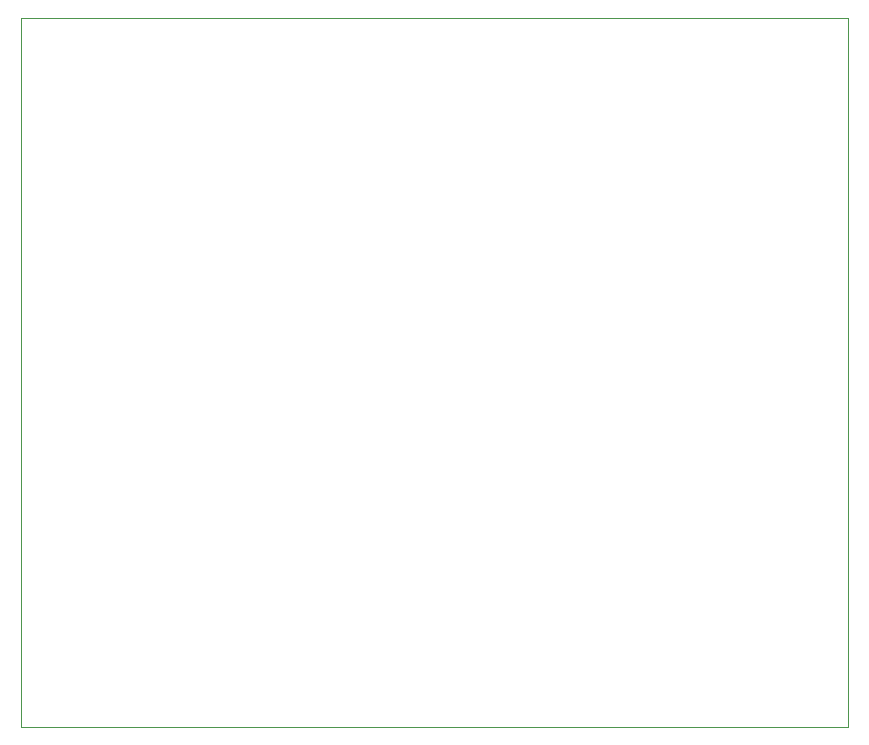
<source format=gbr>
G04 #@! TF.FileFunction,Profile,NP*
%FSLAX46Y46*%
G04 Gerber Fmt 4.6, Leading zero omitted, Abs format (unit mm)*
G04 Created by KiCad (PCBNEW 4.0.5-e0-6337~49~ubuntu16.04.1) date Thu Feb 16 22:53:25 2017*
%MOMM*%
%LPD*%
G01*
G04 APERTURE LIST*
%ADD10C,0.100000*%
G04 APERTURE END LIST*
D10*
X182908000Y-135256000D02*
X182908000Y-75256000D01*
X112908000Y-135256000D02*
X182908000Y-135256000D01*
X112908000Y-75256000D02*
X112908000Y-135256000D01*
X182908000Y-75256000D02*
X112908000Y-75256000D01*
M02*

</source>
